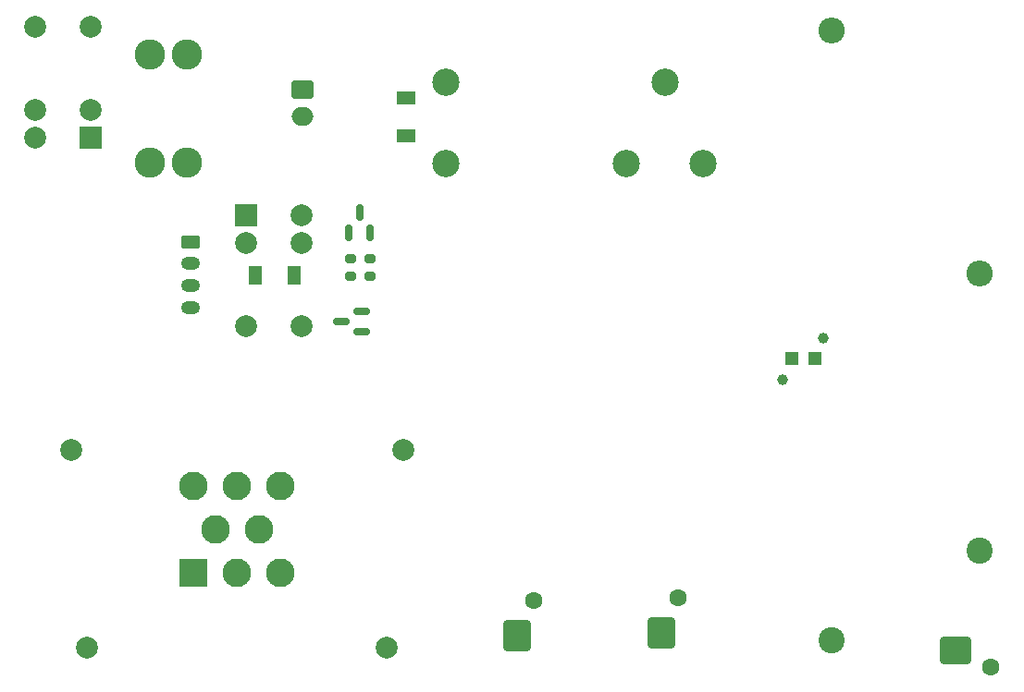
<source format=gbr>
%TF.GenerationSoftware,KiCad,Pcbnew,(6.0.7)*%
%TF.CreationDate,2022-11-28T12:28:51-05:00*%
%TF.ProjectId,pacman_side_2,7061636d-616e-45f7-9369-64655f322e6b,rev?*%
%TF.SameCoordinates,Original*%
%TF.FileFunction,Soldermask,Bot*%
%TF.FilePolarity,Negative*%
%FSLAX46Y46*%
G04 Gerber Fmt 4.6, Leading zero omitted, Abs format (unit mm)*
G04 Created by KiCad (PCBNEW (6.0.7)) date 2022-11-28 12:28:51*
%MOMM*%
%LPD*%
G01*
G04 APERTURE LIST*
G04 Aperture macros list*
%AMRoundRect*
0 Rectangle with rounded corners*
0 $1 Rounding radius*
0 $2 $3 $4 $5 $6 $7 $8 $9 X,Y pos of 4 corners*
0 Add a 4 corners polygon primitive as box body*
4,1,4,$2,$3,$4,$5,$6,$7,$8,$9,$2,$3,0*
0 Add four circle primitives for the rounded corners*
1,1,$1+$1,$2,$3*
1,1,$1+$1,$4,$5*
1,1,$1+$1,$6,$7*
1,1,$1+$1,$8,$9*
0 Add four rect primitives between the rounded corners*
20,1,$1+$1,$2,$3,$4,$5,0*
20,1,$1+$1,$4,$5,$6,$7,0*
20,1,$1+$1,$6,$7,$8,$9,0*
20,1,$1+$1,$8,$9,$2,$3,0*%
G04 Aperture macros list end*
%ADD10RoundRect,0.250000X-0.625000X0.350000X-0.625000X-0.350000X0.625000X-0.350000X0.625000X0.350000X0*%
%ADD11O,1.750000X1.200000*%
%ADD12R,2.000000X2.000000*%
%ADD13C,2.000000*%
%ADD14C,2.500000*%
%ADD15C,2.780000*%
%ADD16C,1.600000*%
%ADD17RoundRect,0.250000X1.150000X-0.980000X1.150000X0.980000X-1.150000X0.980000X-1.150000X-0.980000X0*%
%ADD18RoundRect,0.250000X-0.750000X0.600000X-0.750000X-0.600000X0.750000X-0.600000X0.750000X0.600000X0*%
%ADD19O,2.000000X1.700000*%
%ADD20C,2.400000*%
%ADD21O,2.400000X2.400000*%
%ADD22RoundRect,0.250000X0.980000X1.150000X-0.980000X1.150000X-0.980000X-1.150000X0.980000X-1.150000X0*%
%ADD23R,2.625000X2.625000*%
%ADD24C,2.625000*%
%ADD25RoundRect,0.150000X0.150000X-0.587500X0.150000X0.587500X-0.150000X0.587500X-0.150000X-0.587500X0*%
%ADD26R,1.700000X1.300000*%
%ADD27R,1.200000X1.200000*%
%ADD28C,1.000000*%
%ADD29RoundRect,0.200000X-0.275000X0.200000X-0.275000X-0.200000X0.275000X-0.200000X0.275000X0.200000X0*%
%ADD30R,1.300000X1.700000*%
%ADD31RoundRect,0.150000X0.587500X0.150000X-0.587500X0.150000X-0.587500X-0.150000X0.587500X-0.150000X0*%
G04 APERTURE END LIST*
D10*
%TO.C,J9*%
X107061000Y-84773000D03*
D11*
X107061000Y-86773000D03*
X107061000Y-88773000D03*
X107061000Y-90773000D03*
%TD*%
D12*
%TO.C,K3*%
X97972500Y-75268500D03*
D13*
X97972500Y-72728500D03*
X97972500Y-65108500D03*
X92892500Y-65108500D03*
X92892500Y-72728500D03*
X92892500Y-75268500D03*
%TD*%
D14*
%TO.C,K1*%
X147000000Y-77621000D03*
X130500000Y-70121000D03*
X150500000Y-70121000D03*
X130500000Y-77621000D03*
X154000000Y-77621000D03*
%TD*%
D15*
%TO.C,F3*%
X106765000Y-77521000D03*
X103365000Y-77521000D03*
X103365000Y-67601000D03*
X106765000Y-67601000D03*
%TD*%
D16*
%TO.C,J3*%
X180365000Y-123724800D03*
D17*
X177115000Y-122224800D03*
%TD*%
D18*
%TO.C,J6*%
X117340000Y-70811000D03*
D19*
X117340000Y-73311000D03*
%TD*%
D20*
%TO.C,R3*%
X165735000Y-121285000D03*
D21*
X165735000Y-65405000D03*
%TD*%
D16*
%TO.C,J4*%
X151711000Y-117405000D03*
D22*
X150211000Y-120655000D03*
%TD*%
D16*
%TO.C,J5*%
X138503000Y-117659000D03*
D22*
X137003000Y-120909000D03*
%TD*%
D12*
%TO.C,K2*%
X112157500Y-82353500D03*
D13*
X112157500Y-84893500D03*
X112157500Y-92513500D03*
X117237500Y-92513500D03*
X117237500Y-84893500D03*
X117237500Y-82353500D03*
%TD*%
%TO.C,J1*%
X97649000Y-121930000D03*
X125049000Y-121930000D03*
X126549000Y-103830000D03*
X96149000Y-103830000D03*
D23*
X107349000Y-115130000D03*
D24*
X111349000Y-115130000D03*
X115349000Y-115130000D03*
X109349000Y-111130000D03*
X113349000Y-111130000D03*
X107349000Y-107130000D03*
X111349000Y-107130000D03*
X115349000Y-107130000D03*
%TD*%
D25*
%TO.C,Q2*%
X123515000Y-83956310D03*
X121615000Y-83956310D03*
X122565000Y-82081310D03*
%TD*%
D26*
%TO.C,D3*%
X126815000Y-71561000D03*
X126815000Y-75061000D03*
%TD*%
D27*
%TO.C,D1*%
X164215000Y-95504000D03*
X162115000Y-95504000D03*
D28*
X165055000Y-93614000D03*
X161275000Y-97394000D03*
%TD*%
D29*
%TO.C,R5*%
X123513000Y-86302000D03*
X123513000Y-87952000D03*
%TD*%
D30*
%TO.C,D4*%
X113065000Y-87811000D03*
X116565000Y-87811000D03*
%TD*%
D31*
%TO.C,D5*%
X122752500Y-91111000D03*
X122752500Y-93011000D03*
X120877500Y-92061000D03*
%TD*%
D20*
%TO.C,R1*%
X179324000Y-113080800D03*
D21*
X179324000Y-87680800D03*
%TD*%
D29*
%TO.C,R6*%
X121763000Y-86302000D03*
X121763000Y-87952000D03*
%TD*%
M02*

</source>
